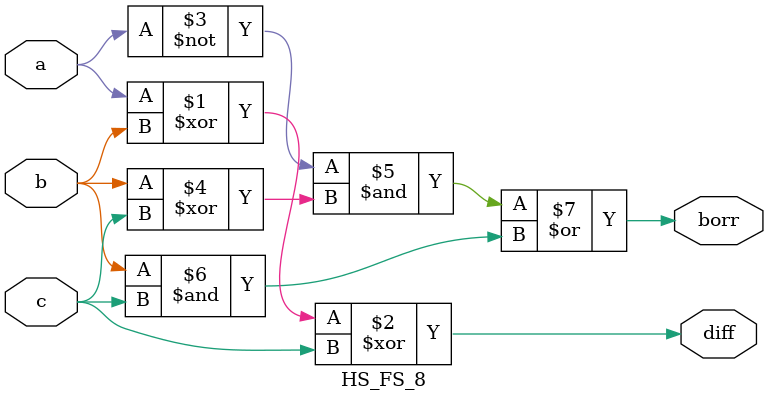
<source format=v>
`timescale 1ns / 1ps
module HS_FS_8(input a,b,c,output diff,borr);
    
	 
	 assign diff=a^b^c;
	 assign borr=(~a&(b^c))|(b&c);

endmodule

</source>
